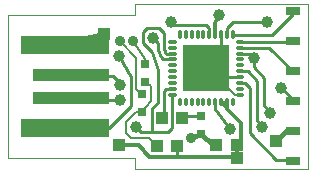
<source format=gtl>
G75*
G70*
%OFA0B0*%
%FSLAX24Y24*%
%IPPOS*%
%LPD*%
%AMOC8*
5,1,8,0,0,1.08239X$1,22.5*
%
%ADD10C,0.0000*%
%ADD11R,0.2953X0.0591*%
%ADD12R,0.2559X0.0394*%
%ADD13R,0.0315X0.0315*%
%ADD14R,0.0394X0.0433*%
%ADD15R,0.0433X0.0394*%
%ADD16R,0.1575X0.1575*%
%ADD17C,0.0118*%
%ADD18R,0.0500X0.0250*%
%ADD19C,0.0100*%
%ADD20C,0.0396*%
%ADD21C,0.0120*%
%ADD22R,0.0396X0.0396*%
%ADD23C,0.0160*%
%ADD24C,0.0080*%
%ADD25C,0.0357*%
D10*
X000101Y000542D02*
X000101Y005292D01*
X004351Y005292D01*
X004351Y005667D01*
X010101Y005667D01*
X010101Y000167D01*
X004351Y000167D01*
X004351Y000542D01*
X000101Y000542D01*
D11*
X002022Y001539D03*
X002022Y004295D03*
D12*
X002219Y003311D03*
X002219Y002524D03*
D13*
X004596Y002663D03*
X004676Y003062D03*
X004676Y003653D03*
X004596Y002072D03*
X006566Y001923D03*
X006566Y001332D03*
D14*
X005755Y000922D03*
X005086Y000922D03*
X005256Y001847D03*
X005925Y001847D03*
D15*
X007066Y000952D03*
X007735Y000952D03*
D16*
X006731Y003517D03*
D17*
X007774Y003419D02*
X007932Y003419D01*
X007932Y003616D02*
X007774Y003616D01*
X007774Y003813D02*
X007932Y003813D01*
X007932Y004010D02*
X007774Y004010D01*
X007774Y004206D02*
X007932Y004206D01*
X007932Y004403D02*
X007774Y004403D01*
X007617Y004560D02*
X007617Y004718D01*
X007420Y004718D02*
X007420Y004560D01*
X007223Y004560D02*
X007223Y004718D01*
X007026Y004718D02*
X007026Y004560D01*
X006829Y004560D02*
X006829Y004718D01*
X006632Y004718D02*
X006632Y004560D01*
X006436Y004560D02*
X006436Y004718D01*
X006239Y004718D02*
X006239Y004560D01*
X006042Y004560D02*
X006042Y004718D01*
X005845Y004718D02*
X005845Y004560D01*
X005688Y004403D02*
X005530Y004403D01*
X005530Y004206D02*
X005688Y004206D01*
X005688Y004010D02*
X005530Y004010D01*
X005530Y003813D02*
X005688Y003813D01*
X005688Y003616D02*
X005530Y003616D01*
X005530Y003419D02*
X005688Y003419D01*
X005688Y003222D02*
X005530Y003222D01*
X005530Y003025D02*
X005688Y003025D01*
X005688Y002828D02*
X005530Y002828D01*
X005530Y002632D02*
X005688Y002632D01*
X005845Y002474D02*
X005845Y002316D01*
X006042Y002316D02*
X006042Y002474D01*
X006239Y002474D02*
X006239Y002316D01*
X006436Y002316D02*
X006436Y002474D01*
X006632Y002474D02*
X006632Y002316D01*
X006829Y002316D02*
X006829Y002474D01*
X007026Y002474D02*
X007026Y002316D01*
X007223Y002316D02*
X007223Y002474D01*
X007420Y002474D02*
X007420Y002316D01*
X007617Y002316D02*
X007617Y002474D01*
X007774Y002632D02*
X007932Y002632D01*
X007932Y002828D02*
X007774Y002828D01*
X007774Y003025D02*
X007932Y003025D01*
X007932Y003222D02*
X007774Y003222D01*
D18*
X009601Y003417D03*
X009601Y002417D03*
X009601Y001417D03*
X009601Y000417D03*
X009601Y004417D03*
X009601Y005417D03*
D19*
X009601Y005327D01*
X008913Y004639D01*
X007617Y004639D01*
X007420Y004639D02*
X007420Y004856D01*
X007621Y005057D01*
X008751Y005057D01*
X009591Y005427D02*
X009601Y005417D01*
X009591Y005427D02*
X009701Y005427D01*
X009535Y004483D02*
X009601Y004417D01*
X009587Y004403D01*
X007853Y004403D01*
X007853Y004206D02*
X008812Y004206D01*
X009601Y003417D01*
X009591Y003427D01*
X008661Y003197D02*
X008301Y003557D01*
X008301Y003847D01*
X008139Y004010D01*
X007853Y004010D01*
X007223Y004010D02*
X006731Y003517D01*
X007026Y003222D01*
X007451Y003222D01*
X007853Y003222D01*
X007853Y003025D02*
X008023Y003025D01*
X008181Y002867D01*
X008181Y001347D01*
X009061Y000467D01*
X009551Y000467D01*
X009601Y000417D01*
X008576Y001567D02*
X008421Y001802D01*
X008421Y003107D01*
X008109Y003419D01*
X007853Y003419D01*
X008661Y003197D02*
X008661Y002287D01*
X008851Y002017D01*
X009591Y002417D02*
X009601Y002417D01*
X009601Y002487D01*
X009221Y002877D01*
X007420Y002395D02*
X007223Y002395D01*
X007026Y002395D02*
X007026Y002177D01*
X007511Y001497D01*
X006566Y001923D02*
X006001Y001923D01*
X005925Y001847D01*
X005591Y001517D02*
X005461Y001387D01*
X004931Y001387D01*
X004931Y002167D01*
X005131Y002387D01*
X005131Y003457D01*
X004921Y004067D01*
X004811Y004147D01*
X004611Y004347D01*
X004611Y004717D01*
X004761Y004867D01*
X005141Y004867D01*
X005321Y004707D01*
X005321Y004147D01*
X005399Y004010D01*
X005609Y004010D01*
X005276Y003813D02*
X005221Y003907D01*
X005111Y004117D01*
X005111Y004357D01*
X004951Y004517D01*
X004941Y004507D01*
X005561Y005047D02*
X005721Y004967D01*
X006711Y004967D01*
X006829Y004859D01*
X006829Y004639D01*
X007223Y004639D02*
X007223Y004010D01*
X005609Y003813D02*
X005276Y003813D01*
X004211Y003227D02*
X003821Y003942D01*
X003621Y003267D02*
X002263Y003267D01*
X002219Y003311D01*
X002265Y002477D02*
X003531Y002477D01*
X003861Y002467D01*
X004211Y002267D02*
X004211Y003227D01*
X003861Y003027D02*
X003861Y002977D01*
X003861Y003027D02*
X003621Y003267D01*
X004211Y002267D02*
X003493Y001539D01*
X002022Y001539D01*
X004381Y001547D02*
X004541Y001387D01*
X004931Y001387D01*
X005591Y001517D02*
X005591Y002614D01*
X005609Y002632D01*
X005382Y002828D02*
X005331Y002777D01*
X005331Y001922D01*
X005256Y001847D01*
X005755Y000922D02*
X005755Y000602D01*
X005701Y000547D01*
X005609Y002828D02*
X005382Y002828D01*
D20*
X006741Y003187D03*
X007061Y003747D03*
X006421Y003747D03*
X004951Y004517D03*
X005561Y005047D03*
X007136Y005287D03*
X008751Y005057D03*
X008301Y003847D03*
X009221Y002877D03*
X008851Y002017D03*
X008576Y001567D03*
X007511Y001497D03*
X004381Y001547D03*
X003861Y002467D03*
X003861Y002977D03*
X003821Y003942D03*
D21*
X007026Y004639D02*
X007026Y005017D01*
X007136Y005287D01*
X007223Y002395D02*
X007381Y002237D01*
X007420Y002158D02*
X007881Y001687D01*
X007881Y001078D01*
X007735Y000952D01*
X007761Y000927D01*
X007761Y000542D01*
X007756Y000547D01*
X005701Y000547D01*
X004801Y000547D01*
X004491Y000947D01*
X003821Y000947D01*
X007420Y002158D02*
X007420Y002395D01*
D22*
X009061Y001107D03*
X007761Y000542D03*
X003821Y000947D03*
X003301Y004667D03*
D23*
X002114Y004387D01*
X002022Y004295D01*
X002219Y003311D02*
X002223Y003307D01*
X002219Y002524D02*
X002265Y002477D01*
X002225Y002517D02*
X002219Y002524D01*
X006231Y001187D02*
X006566Y001332D01*
X006946Y000952D01*
X007066Y000952D01*
X009061Y001107D02*
X009371Y001417D01*
X009601Y001417D01*
D24*
X007853Y002632D02*
X007697Y002632D01*
X007451Y002877D01*
X007451Y003222D01*
X007026Y003222D02*
X006776Y003222D01*
X006741Y003187D01*
X007061Y003747D02*
X007223Y003910D01*
X007223Y004010D01*
X004881Y002927D02*
X004881Y002427D01*
X004596Y002072D01*
X004381Y002067D01*
X004061Y001727D01*
X004061Y001377D01*
X004221Y001187D01*
X004821Y001187D01*
X005086Y000922D01*
X004596Y002663D02*
X004396Y002823D01*
X004391Y002857D01*
X004391Y003866D01*
X003841Y004427D01*
X004281Y004437D02*
X004676Y003827D01*
X004676Y003653D01*
X004676Y003062D02*
X004726Y003062D01*
X004881Y002927D01*
D25*
X004281Y004437D03*
X003841Y004427D03*
X006231Y001187D03*
M02*

</source>
